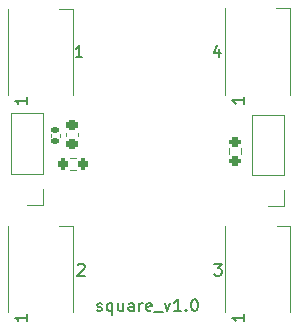
<source format=gto>
%TF.GenerationSoftware,KiCad,Pcbnew,6.0.4-6f826c9f35~116~ubuntu20.04.1*%
%TF.CreationDate,2022-04-29T19:02:11-06:00*%
%TF.ProjectId,square,73717561-7265-42e6-9b69-6361645f7063,rev?*%
%TF.SameCoordinates,Original*%
%TF.FileFunction,Legend,Top*%
%TF.FilePolarity,Positive*%
%FSLAX46Y46*%
G04 Gerber Fmt 4.6, Leading zero omitted, Abs format (unit mm)*
G04 Created by KiCad (PCBNEW 6.0.4-6f826c9f35~116~ubuntu20.04.1) date 2022-04-29 19:02:11*
%MOMM*%
%LPD*%
G01*
G04 APERTURE LIST*
G04 Aperture macros list*
%AMRoundRect*
0 Rectangle with rounded corners*
0 $1 Rounding radius*
0 $2 $3 $4 $5 $6 $7 $8 $9 X,Y pos of 4 corners*
0 Add a 4 corners polygon primitive as box body*
4,1,4,$2,$3,$4,$5,$6,$7,$8,$9,$2,$3,0*
0 Add four circle primitives for the rounded corners*
1,1,$1+$1,$2,$3*
1,1,$1+$1,$4,$5*
1,1,$1+$1,$6,$7*
1,1,$1+$1,$8,$9*
0 Add four rect primitives between the rounded corners*
20,1,$1+$1,$2,$3,$4,$5,0*
20,1,$1+$1,$4,$5,$6,$7,0*
20,1,$1+$1,$6,$7,$8,$9,0*
20,1,$1+$1,$8,$9,$2,$3,0*%
G04 Aperture macros list end*
%ADD10C,0.150000*%
%ADD11C,0.120000*%
%ADD12RoundRect,0.200000X-0.275000X0.200000X-0.275000X-0.200000X0.275000X-0.200000X0.275000X0.200000X0*%
%ADD13RoundRect,0.200000X-0.200000X-0.275000X0.200000X-0.275000X0.200000X0.275000X-0.200000X0.275000X0*%
%ADD14R,1.700000X1.700000*%
%ADD15O,1.700000X1.700000*%
%ADD16R,1.000000X1.500000*%
%ADD17RoundRect,0.140000X-0.170000X0.140000X-0.170000X-0.140000X0.170000X-0.140000X0.170000X0.140000X0*%
%ADD18RoundRect,0.225000X-0.250000X0.225000X-0.250000X-0.225000X0.250000X-0.225000X0.250000X0.225000X0*%
G04 APERTURE END LIST*
D10*
X45838095Y-58504761D02*
X45933333Y-58552380D01*
X46123809Y-58552380D01*
X46219047Y-58504761D01*
X46266666Y-58409523D01*
X46266666Y-58361904D01*
X46219047Y-58266666D01*
X46123809Y-58219047D01*
X45980952Y-58219047D01*
X45885714Y-58171428D01*
X45838095Y-58076190D01*
X45838095Y-58028571D01*
X45885714Y-57933333D01*
X45980952Y-57885714D01*
X46123809Y-57885714D01*
X46219047Y-57933333D01*
X47123809Y-57885714D02*
X47123809Y-58885714D01*
X47123809Y-58504761D02*
X47028571Y-58552380D01*
X46838095Y-58552380D01*
X46742857Y-58504761D01*
X46695238Y-58457142D01*
X46647619Y-58361904D01*
X46647619Y-58076190D01*
X46695238Y-57980952D01*
X46742857Y-57933333D01*
X46838095Y-57885714D01*
X47028571Y-57885714D01*
X47123809Y-57933333D01*
X48028571Y-57885714D02*
X48028571Y-58552380D01*
X47600000Y-57885714D02*
X47600000Y-58409523D01*
X47647619Y-58504761D01*
X47742857Y-58552380D01*
X47885714Y-58552380D01*
X47980952Y-58504761D01*
X48028571Y-58457142D01*
X48933333Y-58552380D02*
X48933333Y-58028571D01*
X48885714Y-57933333D01*
X48790476Y-57885714D01*
X48600000Y-57885714D01*
X48504761Y-57933333D01*
X48933333Y-58504761D02*
X48838095Y-58552380D01*
X48600000Y-58552380D01*
X48504761Y-58504761D01*
X48457142Y-58409523D01*
X48457142Y-58314285D01*
X48504761Y-58219047D01*
X48600000Y-58171428D01*
X48838095Y-58171428D01*
X48933333Y-58123809D01*
X49409523Y-58552380D02*
X49409523Y-57885714D01*
X49409523Y-58076190D02*
X49457142Y-57980952D01*
X49504761Y-57933333D01*
X49600000Y-57885714D01*
X49695238Y-57885714D01*
X50409523Y-58504761D02*
X50314285Y-58552380D01*
X50123809Y-58552380D01*
X50028571Y-58504761D01*
X49980952Y-58409523D01*
X49980952Y-58028571D01*
X50028571Y-57933333D01*
X50123809Y-57885714D01*
X50314285Y-57885714D01*
X50409523Y-57933333D01*
X50457142Y-58028571D01*
X50457142Y-58123809D01*
X49980952Y-58219047D01*
X50647619Y-58647619D02*
X51409523Y-58647619D01*
X51552380Y-57885714D02*
X51790476Y-58552380D01*
X52028571Y-57885714D01*
X52933333Y-58552380D02*
X52361904Y-58552380D01*
X52647619Y-58552380D02*
X52647619Y-57552380D01*
X52552380Y-57695238D01*
X52457142Y-57790476D01*
X52361904Y-57838095D01*
X53361904Y-58457142D02*
X53409523Y-58504761D01*
X53361904Y-58552380D01*
X53314285Y-58504761D01*
X53361904Y-58457142D01*
X53361904Y-58552380D01*
X54028571Y-57552380D02*
X54123809Y-57552380D01*
X54219047Y-57600000D01*
X54266666Y-57647619D01*
X54314285Y-57742857D01*
X54361904Y-57933333D01*
X54361904Y-58171428D01*
X54314285Y-58361904D01*
X54266666Y-58457142D01*
X54219047Y-58504761D01*
X54123809Y-58552380D01*
X54028571Y-58552380D01*
X53933333Y-58504761D01*
X53885714Y-58457142D01*
X53838095Y-58361904D01*
X53790476Y-58171428D01*
X53790476Y-57933333D01*
X53838095Y-57742857D01*
X53885714Y-57647619D01*
X53933333Y-57600000D01*
X54028571Y-57552380D01*
X56190476Y-36385714D02*
X56190476Y-37052380D01*
X55952380Y-36004761D02*
X55714285Y-36719047D01*
X56333333Y-36719047D01*
X55766666Y-54552380D02*
X56385714Y-54552380D01*
X56052380Y-54933333D01*
X56195238Y-54933333D01*
X56290476Y-54980952D01*
X56338095Y-55028571D01*
X56385714Y-55123809D01*
X56385714Y-55361904D01*
X56338095Y-55457142D01*
X56290476Y-55504761D01*
X56195238Y-55552380D01*
X55909523Y-55552380D01*
X55814285Y-55504761D01*
X55766666Y-55457142D01*
X44214285Y-54647619D02*
X44261904Y-54600000D01*
X44357142Y-54552380D01*
X44595238Y-54552380D01*
X44690476Y-54600000D01*
X44738095Y-54647619D01*
X44785714Y-54742857D01*
X44785714Y-54838095D01*
X44738095Y-54980952D01*
X44166666Y-55552380D01*
X44785714Y-55552380D01*
X44585714Y-37052380D02*
X44014285Y-37052380D01*
X44300000Y-37052380D02*
X44300000Y-36052380D01*
X44204761Y-36195238D01*
X44109523Y-36290476D01*
X44014285Y-36338095D01*
%TO.C,D4*%
X58272380Y-40434285D02*
X58272380Y-41005714D01*
X58272380Y-40720000D02*
X57272380Y-40720000D01*
X57415238Y-40815238D01*
X57510476Y-40910476D01*
X57558095Y-41005714D01*
%TO.C,D3*%
X58282380Y-58824285D02*
X58282380Y-59395714D01*
X58282380Y-59110000D02*
X57282380Y-59110000D01*
X57425238Y-59205238D01*
X57520476Y-59300476D01*
X57568095Y-59395714D01*
%TO.C,D2*%
X39892380Y-58844285D02*
X39892380Y-59415714D01*
X39892380Y-59130000D02*
X38892380Y-59130000D01*
X39035238Y-59225238D01*
X39130476Y-59320476D01*
X39178095Y-59415714D01*
%TO.C,D1*%
X39882380Y-40464285D02*
X39882380Y-41035714D01*
X39882380Y-40750000D02*
X38882380Y-40750000D01*
X39025238Y-40845238D01*
X39120476Y-40940476D01*
X39168095Y-41035714D01*
D11*
%TO.C,R2*%
X56977500Y-44787742D02*
X56977500Y-45262258D01*
X58022500Y-44787742D02*
X58022500Y-45262258D01*
%TO.C,R1*%
X43562742Y-46622500D02*
X44037258Y-46622500D01*
X43562742Y-45577500D02*
X44037258Y-45577500D01*
%TO.C,J2*%
X61630000Y-41915000D02*
X58970000Y-41915000D01*
X61630000Y-47055000D02*
X61630000Y-41915000D01*
X61630000Y-48325000D02*
X61630000Y-49655000D01*
X58970000Y-47055000D02*
X58970000Y-41915000D01*
X61630000Y-49655000D02*
X60300000Y-49655000D01*
X61630000Y-47055000D02*
X58970000Y-47055000D01*
%TO.C,J1*%
X41230000Y-41805000D02*
X38570000Y-41805000D01*
X41230000Y-46945000D02*
X41230000Y-41805000D01*
X41230000Y-48215000D02*
X41230000Y-49545000D01*
X38570000Y-46945000D02*
X38570000Y-41805000D01*
X41230000Y-49545000D02*
X39900000Y-49545000D01*
X41230000Y-46945000D02*
X38570000Y-46945000D01*
%TO.C,D4*%
X56670000Y-40220000D02*
X56670000Y-32920000D01*
X62170000Y-40220000D02*
X62170000Y-32920000D01*
X62170000Y-32920000D02*
X61020000Y-32920000D01*
%TO.C,D3*%
X56680000Y-58610000D02*
X56680000Y-51310000D01*
X62180000Y-58610000D02*
X62180000Y-51310000D01*
X62180000Y-51310000D02*
X61030000Y-51310000D01*
%TO.C,D2*%
X38290000Y-58630000D02*
X38290000Y-51330000D01*
X43790000Y-58630000D02*
X43790000Y-51330000D01*
X43790000Y-51330000D02*
X42640000Y-51330000D01*
%TO.C,D1*%
X38280000Y-40250000D02*
X38280000Y-32950000D01*
X43780000Y-40250000D02*
X43780000Y-32950000D01*
X43780000Y-32950000D02*
X42630000Y-32950000D01*
%TO.C,C2*%
X41940000Y-43592164D02*
X41940000Y-43807836D01*
X42660000Y-43592164D02*
X42660000Y-43807836D01*
%TO.C,C1*%
X44210000Y-43459420D02*
X44210000Y-43740580D01*
X43190000Y-43459420D02*
X43190000Y-43740580D01*
%TD*%
%LPC*%
D12*
%TO.C,R2*%
X57500000Y-44200000D03*
X57500000Y-45850000D03*
%TD*%
D13*
%TO.C,R1*%
X42975000Y-46100000D03*
X44625000Y-46100000D03*
%TD*%
D14*
%TO.C,J2*%
X60300000Y-48325000D03*
D15*
X60300000Y-45785000D03*
X60300000Y-43245000D03*
%TD*%
D14*
%TO.C,J1*%
X39900000Y-48215000D03*
D15*
X39900000Y-45675000D03*
X39900000Y-43135000D03*
%TD*%
D16*
%TO.C,D4*%
X57820000Y-39020000D03*
X61020000Y-39020000D03*
X61020000Y-34120000D03*
X57820000Y-34120000D03*
%TD*%
%TO.C,D3*%
X57830000Y-57410000D03*
X61030000Y-57410000D03*
X61030000Y-52510000D03*
X57830000Y-52510000D03*
%TD*%
%TO.C,D2*%
X39440000Y-57430000D03*
X42640000Y-57430000D03*
X42640000Y-52530000D03*
X39440000Y-52530000D03*
%TD*%
%TO.C,D1*%
X39430000Y-39050000D03*
X42630000Y-39050000D03*
X42630000Y-34150000D03*
X39430000Y-34150000D03*
%TD*%
D17*
%TO.C,C2*%
X42300000Y-43220000D03*
X42300000Y-44180000D03*
%TD*%
D18*
%TO.C,C1*%
X43700000Y-44375000D03*
X43700000Y-42825000D03*
%TD*%
M02*

</source>
